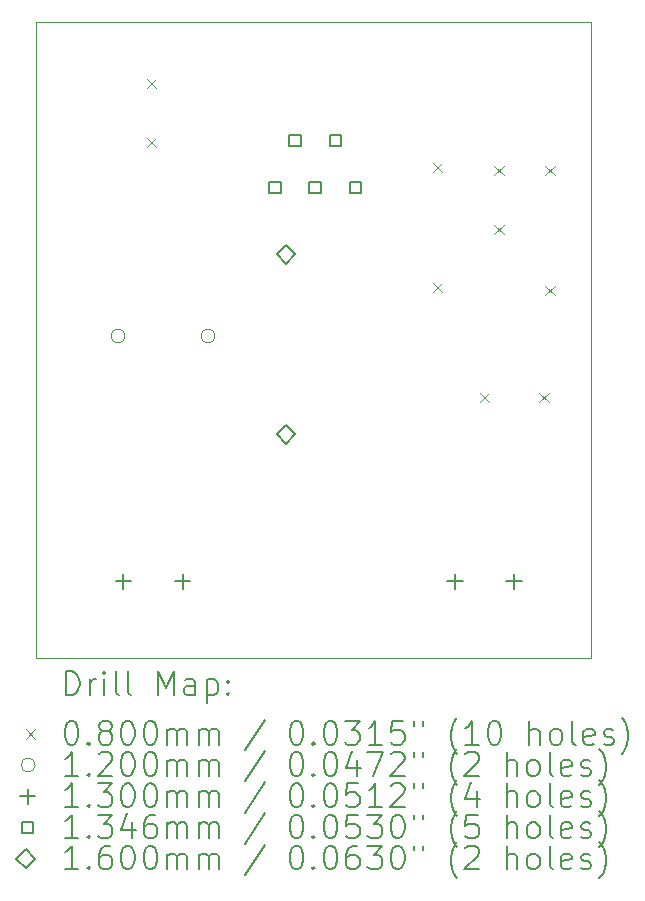
<source format=gbr>
%TF.GenerationSoftware,KiCad,Pcbnew,8.0.4*%
%TF.CreationDate,2024-11-26T22:54:28-05:00*%
%TF.ProjectId,buck_converter_lm2596_5V,6275636b-5f63-46f6-9e76-65727465725f,rev?*%
%TF.SameCoordinates,Original*%
%TF.FileFunction,Drillmap*%
%TF.FilePolarity,Positive*%
%FSLAX45Y45*%
G04 Gerber Fmt 4.5, Leading zero omitted, Abs format (unit mm)*
G04 Created by KiCad (PCBNEW 8.0.4) date 2024-11-26 22:54:28*
%MOMM*%
%LPD*%
G01*
G04 APERTURE LIST*
%ADD10C,0.050000*%
%ADD11C,0.200000*%
%ADD12C,0.100000*%
%ADD13C,0.120000*%
%ADD14C,0.130000*%
%ADD15C,0.134620*%
%ADD16C,0.160000*%
G04 APERTURE END LIST*
D10*
X13716000Y-5461000D02*
X18415000Y-5461000D01*
X18415000Y-10845800D01*
X13716000Y-10845800D01*
X13716000Y-5461000D01*
D11*
D12*
X14660000Y-5940265D02*
X14740000Y-6020265D01*
X14740000Y-5940265D02*
X14660000Y-6020265D01*
X14660000Y-6440265D02*
X14740000Y-6520265D01*
X14740000Y-6440265D02*
X14660000Y-6520265D01*
X17079600Y-6652900D02*
X17159600Y-6732900D01*
X17159600Y-6652900D02*
X17079600Y-6732900D01*
X17079600Y-7668900D02*
X17159600Y-7748900D01*
X17159600Y-7668900D02*
X17079600Y-7748900D01*
X17479735Y-8600000D02*
X17559735Y-8680000D01*
X17559735Y-8600000D02*
X17479735Y-8680000D01*
X17600300Y-6678300D02*
X17680300Y-6758300D01*
X17680300Y-6678300D02*
X17600300Y-6758300D01*
X17600300Y-7178300D02*
X17680300Y-7258300D01*
X17680300Y-7178300D02*
X17600300Y-7258300D01*
X17979735Y-8600000D02*
X18059735Y-8680000D01*
X18059735Y-8600000D02*
X17979735Y-8680000D01*
X18032100Y-6678300D02*
X18112100Y-6758300D01*
X18112100Y-6678300D02*
X18032100Y-6758300D01*
X18032100Y-7694300D02*
X18112100Y-7774300D01*
X18112100Y-7694300D02*
X18032100Y-7774300D01*
D13*
X14474500Y-8120000D02*
G75*
G02*
X14354500Y-8120000I-60000J0D01*
G01*
X14354500Y-8120000D02*
G75*
G02*
X14474500Y-8120000I60000J0D01*
G01*
X15236500Y-8120000D02*
G75*
G02*
X15116500Y-8120000I-60000J0D01*
G01*
X15116500Y-8120000D02*
G75*
G02*
X15236500Y-8120000I60000J0D01*
G01*
D14*
X14460600Y-10133100D02*
X14460600Y-10263100D01*
X14395600Y-10198100D02*
X14525600Y-10198100D01*
X14960600Y-10133100D02*
X14960600Y-10263100D01*
X14895600Y-10198100D02*
X15025600Y-10198100D01*
X17267300Y-10133100D02*
X17267300Y-10263100D01*
X17202300Y-10198100D02*
X17332300Y-10198100D01*
X17767300Y-10133100D02*
X17767300Y-10263100D01*
X17702300Y-10198100D02*
X17832300Y-10198100D01*
D15*
X15790516Y-6913216D02*
X15790516Y-6818024D01*
X15695324Y-6818024D01*
X15695324Y-6913216D01*
X15790516Y-6913216D01*
X15960696Y-6511896D02*
X15960696Y-6416704D01*
X15865504Y-6416704D01*
X15865504Y-6511896D01*
X15960696Y-6511896D01*
X16130876Y-6913216D02*
X16130876Y-6818024D01*
X16035684Y-6818024D01*
X16035684Y-6913216D01*
X16130876Y-6913216D01*
X16301056Y-6511896D02*
X16301056Y-6416704D01*
X16205864Y-6416704D01*
X16205864Y-6511896D01*
X16301056Y-6511896D01*
X16471236Y-6913216D02*
X16471236Y-6818024D01*
X16376044Y-6818024D01*
X16376044Y-6913216D01*
X16471236Y-6913216D01*
D16*
X15836900Y-7509500D02*
X15916900Y-7429500D01*
X15836900Y-7349500D01*
X15756900Y-7429500D01*
X15836900Y-7509500D01*
X15836900Y-9033500D02*
X15916900Y-8953500D01*
X15836900Y-8873500D01*
X15756900Y-8953500D01*
X15836900Y-9033500D01*
D11*
X13974277Y-11159784D02*
X13974277Y-10959784D01*
X13974277Y-10959784D02*
X14021896Y-10959784D01*
X14021896Y-10959784D02*
X14050467Y-10969308D01*
X14050467Y-10969308D02*
X14069515Y-10988355D01*
X14069515Y-10988355D02*
X14079039Y-11007403D01*
X14079039Y-11007403D02*
X14088562Y-11045498D01*
X14088562Y-11045498D02*
X14088562Y-11074070D01*
X14088562Y-11074070D02*
X14079039Y-11112165D01*
X14079039Y-11112165D02*
X14069515Y-11131212D01*
X14069515Y-11131212D02*
X14050467Y-11150260D01*
X14050467Y-11150260D02*
X14021896Y-11159784D01*
X14021896Y-11159784D02*
X13974277Y-11159784D01*
X14174277Y-11159784D02*
X14174277Y-11026450D01*
X14174277Y-11064546D02*
X14183801Y-11045498D01*
X14183801Y-11045498D02*
X14193324Y-11035974D01*
X14193324Y-11035974D02*
X14212372Y-11026450D01*
X14212372Y-11026450D02*
X14231420Y-11026450D01*
X14298086Y-11159784D02*
X14298086Y-11026450D01*
X14298086Y-10959784D02*
X14288562Y-10969308D01*
X14288562Y-10969308D02*
X14298086Y-10978831D01*
X14298086Y-10978831D02*
X14307610Y-10969308D01*
X14307610Y-10969308D02*
X14298086Y-10959784D01*
X14298086Y-10959784D02*
X14298086Y-10978831D01*
X14421896Y-11159784D02*
X14402848Y-11150260D01*
X14402848Y-11150260D02*
X14393324Y-11131212D01*
X14393324Y-11131212D02*
X14393324Y-10959784D01*
X14526658Y-11159784D02*
X14507610Y-11150260D01*
X14507610Y-11150260D02*
X14498086Y-11131212D01*
X14498086Y-11131212D02*
X14498086Y-10959784D01*
X14755229Y-11159784D02*
X14755229Y-10959784D01*
X14755229Y-10959784D02*
X14821896Y-11102641D01*
X14821896Y-11102641D02*
X14888562Y-10959784D01*
X14888562Y-10959784D02*
X14888562Y-11159784D01*
X15069515Y-11159784D02*
X15069515Y-11055022D01*
X15069515Y-11055022D02*
X15059991Y-11035974D01*
X15059991Y-11035974D02*
X15040943Y-11026450D01*
X15040943Y-11026450D02*
X15002848Y-11026450D01*
X15002848Y-11026450D02*
X14983801Y-11035974D01*
X15069515Y-11150260D02*
X15050467Y-11159784D01*
X15050467Y-11159784D02*
X15002848Y-11159784D01*
X15002848Y-11159784D02*
X14983801Y-11150260D01*
X14983801Y-11150260D02*
X14974277Y-11131212D01*
X14974277Y-11131212D02*
X14974277Y-11112165D01*
X14974277Y-11112165D02*
X14983801Y-11093117D01*
X14983801Y-11093117D02*
X15002848Y-11083593D01*
X15002848Y-11083593D02*
X15050467Y-11083593D01*
X15050467Y-11083593D02*
X15069515Y-11074070D01*
X15164753Y-11026450D02*
X15164753Y-11226450D01*
X15164753Y-11035974D02*
X15183801Y-11026450D01*
X15183801Y-11026450D02*
X15221896Y-11026450D01*
X15221896Y-11026450D02*
X15240943Y-11035974D01*
X15240943Y-11035974D02*
X15250467Y-11045498D01*
X15250467Y-11045498D02*
X15259991Y-11064546D01*
X15259991Y-11064546D02*
X15259991Y-11121689D01*
X15259991Y-11121689D02*
X15250467Y-11140736D01*
X15250467Y-11140736D02*
X15240943Y-11150260D01*
X15240943Y-11150260D02*
X15221896Y-11159784D01*
X15221896Y-11159784D02*
X15183801Y-11159784D01*
X15183801Y-11159784D02*
X15164753Y-11150260D01*
X15345705Y-11140736D02*
X15355229Y-11150260D01*
X15355229Y-11150260D02*
X15345705Y-11159784D01*
X15345705Y-11159784D02*
X15336182Y-11150260D01*
X15336182Y-11150260D02*
X15345705Y-11140736D01*
X15345705Y-11140736D02*
X15345705Y-11159784D01*
X15345705Y-11035974D02*
X15355229Y-11045498D01*
X15355229Y-11045498D02*
X15345705Y-11055022D01*
X15345705Y-11055022D02*
X15336182Y-11045498D01*
X15336182Y-11045498D02*
X15345705Y-11035974D01*
X15345705Y-11035974D02*
X15345705Y-11055022D01*
D12*
X13633500Y-11448300D02*
X13713500Y-11528300D01*
X13713500Y-11448300D02*
X13633500Y-11528300D01*
D11*
X14012372Y-11379784D02*
X14031420Y-11379784D01*
X14031420Y-11379784D02*
X14050467Y-11389308D01*
X14050467Y-11389308D02*
X14059991Y-11398831D01*
X14059991Y-11398831D02*
X14069515Y-11417879D01*
X14069515Y-11417879D02*
X14079039Y-11455974D01*
X14079039Y-11455974D02*
X14079039Y-11503593D01*
X14079039Y-11503593D02*
X14069515Y-11541688D01*
X14069515Y-11541688D02*
X14059991Y-11560736D01*
X14059991Y-11560736D02*
X14050467Y-11570260D01*
X14050467Y-11570260D02*
X14031420Y-11579784D01*
X14031420Y-11579784D02*
X14012372Y-11579784D01*
X14012372Y-11579784D02*
X13993324Y-11570260D01*
X13993324Y-11570260D02*
X13983801Y-11560736D01*
X13983801Y-11560736D02*
X13974277Y-11541688D01*
X13974277Y-11541688D02*
X13964753Y-11503593D01*
X13964753Y-11503593D02*
X13964753Y-11455974D01*
X13964753Y-11455974D02*
X13974277Y-11417879D01*
X13974277Y-11417879D02*
X13983801Y-11398831D01*
X13983801Y-11398831D02*
X13993324Y-11389308D01*
X13993324Y-11389308D02*
X14012372Y-11379784D01*
X14164753Y-11560736D02*
X14174277Y-11570260D01*
X14174277Y-11570260D02*
X14164753Y-11579784D01*
X14164753Y-11579784D02*
X14155229Y-11570260D01*
X14155229Y-11570260D02*
X14164753Y-11560736D01*
X14164753Y-11560736D02*
X14164753Y-11579784D01*
X14288562Y-11465498D02*
X14269515Y-11455974D01*
X14269515Y-11455974D02*
X14259991Y-11446450D01*
X14259991Y-11446450D02*
X14250467Y-11427403D01*
X14250467Y-11427403D02*
X14250467Y-11417879D01*
X14250467Y-11417879D02*
X14259991Y-11398831D01*
X14259991Y-11398831D02*
X14269515Y-11389308D01*
X14269515Y-11389308D02*
X14288562Y-11379784D01*
X14288562Y-11379784D02*
X14326658Y-11379784D01*
X14326658Y-11379784D02*
X14345705Y-11389308D01*
X14345705Y-11389308D02*
X14355229Y-11398831D01*
X14355229Y-11398831D02*
X14364753Y-11417879D01*
X14364753Y-11417879D02*
X14364753Y-11427403D01*
X14364753Y-11427403D02*
X14355229Y-11446450D01*
X14355229Y-11446450D02*
X14345705Y-11455974D01*
X14345705Y-11455974D02*
X14326658Y-11465498D01*
X14326658Y-11465498D02*
X14288562Y-11465498D01*
X14288562Y-11465498D02*
X14269515Y-11475022D01*
X14269515Y-11475022D02*
X14259991Y-11484546D01*
X14259991Y-11484546D02*
X14250467Y-11503593D01*
X14250467Y-11503593D02*
X14250467Y-11541688D01*
X14250467Y-11541688D02*
X14259991Y-11560736D01*
X14259991Y-11560736D02*
X14269515Y-11570260D01*
X14269515Y-11570260D02*
X14288562Y-11579784D01*
X14288562Y-11579784D02*
X14326658Y-11579784D01*
X14326658Y-11579784D02*
X14345705Y-11570260D01*
X14345705Y-11570260D02*
X14355229Y-11560736D01*
X14355229Y-11560736D02*
X14364753Y-11541688D01*
X14364753Y-11541688D02*
X14364753Y-11503593D01*
X14364753Y-11503593D02*
X14355229Y-11484546D01*
X14355229Y-11484546D02*
X14345705Y-11475022D01*
X14345705Y-11475022D02*
X14326658Y-11465498D01*
X14488562Y-11379784D02*
X14507610Y-11379784D01*
X14507610Y-11379784D02*
X14526658Y-11389308D01*
X14526658Y-11389308D02*
X14536182Y-11398831D01*
X14536182Y-11398831D02*
X14545705Y-11417879D01*
X14545705Y-11417879D02*
X14555229Y-11455974D01*
X14555229Y-11455974D02*
X14555229Y-11503593D01*
X14555229Y-11503593D02*
X14545705Y-11541688D01*
X14545705Y-11541688D02*
X14536182Y-11560736D01*
X14536182Y-11560736D02*
X14526658Y-11570260D01*
X14526658Y-11570260D02*
X14507610Y-11579784D01*
X14507610Y-11579784D02*
X14488562Y-11579784D01*
X14488562Y-11579784D02*
X14469515Y-11570260D01*
X14469515Y-11570260D02*
X14459991Y-11560736D01*
X14459991Y-11560736D02*
X14450467Y-11541688D01*
X14450467Y-11541688D02*
X14440943Y-11503593D01*
X14440943Y-11503593D02*
X14440943Y-11455974D01*
X14440943Y-11455974D02*
X14450467Y-11417879D01*
X14450467Y-11417879D02*
X14459991Y-11398831D01*
X14459991Y-11398831D02*
X14469515Y-11389308D01*
X14469515Y-11389308D02*
X14488562Y-11379784D01*
X14679039Y-11379784D02*
X14698086Y-11379784D01*
X14698086Y-11379784D02*
X14717134Y-11389308D01*
X14717134Y-11389308D02*
X14726658Y-11398831D01*
X14726658Y-11398831D02*
X14736182Y-11417879D01*
X14736182Y-11417879D02*
X14745705Y-11455974D01*
X14745705Y-11455974D02*
X14745705Y-11503593D01*
X14745705Y-11503593D02*
X14736182Y-11541688D01*
X14736182Y-11541688D02*
X14726658Y-11560736D01*
X14726658Y-11560736D02*
X14717134Y-11570260D01*
X14717134Y-11570260D02*
X14698086Y-11579784D01*
X14698086Y-11579784D02*
X14679039Y-11579784D01*
X14679039Y-11579784D02*
X14659991Y-11570260D01*
X14659991Y-11570260D02*
X14650467Y-11560736D01*
X14650467Y-11560736D02*
X14640943Y-11541688D01*
X14640943Y-11541688D02*
X14631420Y-11503593D01*
X14631420Y-11503593D02*
X14631420Y-11455974D01*
X14631420Y-11455974D02*
X14640943Y-11417879D01*
X14640943Y-11417879D02*
X14650467Y-11398831D01*
X14650467Y-11398831D02*
X14659991Y-11389308D01*
X14659991Y-11389308D02*
X14679039Y-11379784D01*
X14831420Y-11579784D02*
X14831420Y-11446450D01*
X14831420Y-11465498D02*
X14840943Y-11455974D01*
X14840943Y-11455974D02*
X14859991Y-11446450D01*
X14859991Y-11446450D02*
X14888563Y-11446450D01*
X14888563Y-11446450D02*
X14907610Y-11455974D01*
X14907610Y-11455974D02*
X14917134Y-11475022D01*
X14917134Y-11475022D02*
X14917134Y-11579784D01*
X14917134Y-11475022D02*
X14926658Y-11455974D01*
X14926658Y-11455974D02*
X14945705Y-11446450D01*
X14945705Y-11446450D02*
X14974277Y-11446450D01*
X14974277Y-11446450D02*
X14993324Y-11455974D01*
X14993324Y-11455974D02*
X15002848Y-11475022D01*
X15002848Y-11475022D02*
X15002848Y-11579784D01*
X15098086Y-11579784D02*
X15098086Y-11446450D01*
X15098086Y-11465498D02*
X15107610Y-11455974D01*
X15107610Y-11455974D02*
X15126658Y-11446450D01*
X15126658Y-11446450D02*
X15155229Y-11446450D01*
X15155229Y-11446450D02*
X15174277Y-11455974D01*
X15174277Y-11455974D02*
X15183801Y-11475022D01*
X15183801Y-11475022D02*
X15183801Y-11579784D01*
X15183801Y-11475022D02*
X15193324Y-11455974D01*
X15193324Y-11455974D02*
X15212372Y-11446450D01*
X15212372Y-11446450D02*
X15240943Y-11446450D01*
X15240943Y-11446450D02*
X15259991Y-11455974D01*
X15259991Y-11455974D02*
X15269515Y-11475022D01*
X15269515Y-11475022D02*
X15269515Y-11579784D01*
X15659991Y-11370260D02*
X15488563Y-11627403D01*
X15917134Y-11379784D02*
X15936182Y-11379784D01*
X15936182Y-11379784D02*
X15955229Y-11389308D01*
X15955229Y-11389308D02*
X15964753Y-11398831D01*
X15964753Y-11398831D02*
X15974277Y-11417879D01*
X15974277Y-11417879D02*
X15983801Y-11455974D01*
X15983801Y-11455974D02*
X15983801Y-11503593D01*
X15983801Y-11503593D02*
X15974277Y-11541688D01*
X15974277Y-11541688D02*
X15964753Y-11560736D01*
X15964753Y-11560736D02*
X15955229Y-11570260D01*
X15955229Y-11570260D02*
X15936182Y-11579784D01*
X15936182Y-11579784D02*
X15917134Y-11579784D01*
X15917134Y-11579784D02*
X15898086Y-11570260D01*
X15898086Y-11570260D02*
X15888563Y-11560736D01*
X15888563Y-11560736D02*
X15879039Y-11541688D01*
X15879039Y-11541688D02*
X15869515Y-11503593D01*
X15869515Y-11503593D02*
X15869515Y-11455974D01*
X15869515Y-11455974D02*
X15879039Y-11417879D01*
X15879039Y-11417879D02*
X15888563Y-11398831D01*
X15888563Y-11398831D02*
X15898086Y-11389308D01*
X15898086Y-11389308D02*
X15917134Y-11379784D01*
X16069515Y-11560736D02*
X16079039Y-11570260D01*
X16079039Y-11570260D02*
X16069515Y-11579784D01*
X16069515Y-11579784D02*
X16059991Y-11570260D01*
X16059991Y-11570260D02*
X16069515Y-11560736D01*
X16069515Y-11560736D02*
X16069515Y-11579784D01*
X16202848Y-11379784D02*
X16221896Y-11379784D01*
X16221896Y-11379784D02*
X16240944Y-11389308D01*
X16240944Y-11389308D02*
X16250467Y-11398831D01*
X16250467Y-11398831D02*
X16259991Y-11417879D01*
X16259991Y-11417879D02*
X16269515Y-11455974D01*
X16269515Y-11455974D02*
X16269515Y-11503593D01*
X16269515Y-11503593D02*
X16259991Y-11541688D01*
X16259991Y-11541688D02*
X16250467Y-11560736D01*
X16250467Y-11560736D02*
X16240944Y-11570260D01*
X16240944Y-11570260D02*
X16221896Y-11579784D01*
X16221896Y-11579784D02*
X16202848Y-11579784D01*
X16202848Y-11579784D02*
X16183801Y-11570260D01*
X16183801Y-11570260D02*
X16174277Y-11560736D01*
X16174277Y-11560736D02*
X16164753Y-11541688D01*
X16164753Y-11541688D02*
X16155229Y-11503593D01*
X16155229Y-11503593D02*
X16155229Y-11455974D01*
X16155229Y-11455974D02*
X16164753Y-11417879D01*
X16164753Y-11417879D02*
X16174277Y-11398831D01*
X16174277Y-11398831D02*
X16183801Y-11389308D01*
X16183801Y-11389308D02*
X16202848Y-11379784D01*
X16336182Y-11379784D02*
X16459991Y-11379784D01*
X16459991Y-11379784D02*
X16393325Y-11455974D01*
X16393325Y-11455974D02*
X16421896Y-11455974D01*
X16421896Y-11455974D02*
X16440944Y-11465498D01*
X16440944Y-11465498D02*
X16450467Y-11475022D01*
X16450467Y-11475022D02*
X16459991Y-11494069D01*
X16459991Y-11494069D02*
X16459991Y-11541688D01*
X16459991Y-11541688D02*
X16450467Y-11560736D01*
X16450467Y-11560736D02*
X16440944Y-11570260D01*
X16440944Y-11570260D02*
X16421896Y-11579784D01*
X16421896Y-11579784D02*
X16364753Y-11579784D01*
X16364753Y-11579784D02*
X16345706Y-11570260D01*
X16345706Y-11570260D02*
X16336182Y-11560736D01*
X16650467Y-11579784D02*
X16536182Y-11579784D01*
X16593325Y-11579784D02*
X16593325Y-11379784D01*
X16593325Y-11379784D02*
X16574277Y-11408355D01*
X16574277Y-11408355D02*
X16555229Y-11427403D01*
X16555229Y-11427403D02*
X16536182Y-11436927D01*
X16831420Y-11379784D02*
X16736182Y-11379784D01*
X16736182Y-11379784D02*
X16726658Y-11475022D01*
X16726658Y-11475022D02*
X16736182Y-11465498D01*
X16736182Y-11465498D02*
X16755229Y-11455974D01*
X16755229Y-11455974D02*
X16802849Y-11455974D01*
X16802849Y-11455974D02*
X16821896Y-11465498D01*
X16821896Y-11465498D02*
X16831420Y-11475022D01*
X16831420Y-11475022D02*
X16840944Y-11494069D01*
X16840944Y-11494069D02*
X16840944Y-11541688D01*
X16840944Y-11541688D02*
X16831420Y-11560736D01*
X16831420Y-11560736D02*
X16821896Y-11570260D01*
X16821896Y-11570260D02*
X16802849Y-11579784D01*
X16802849Y-11579784D02*
X16755229Y-11579784D01*
X16755229Y-11579784D02*
X16736182Y-11570260D01*
X16736182Y-11570260D02*
X16726658Y-11560736D01*
X16917134Y-11379784D02*
X16917134Y-11417879D01*
X16993325Y-11379784D02*
X16993325Y-11417879D01*
X17288563Y-11655974D02*
X17279039Y-11646450D01*
X17279039Y-11646450D02*
X17259991Y-11617879D01*
X17259991Y-11617879D02*
X17250468Y-11598831D01*
X17250468Y-11598831D02*
X17240944Y-11570260D01*
X17240944Y-11570260D02*
X17231420Y-11522641D01*
X17231420Y-11522641D02*
X17231420Y-11484546D01*
X17231420Y-11484546D02*
X17240944Y-11436927D01*
X17240944Y-11436927D02*
X17250468Y-11408355D01*
X17250468Y-11408355D02*
X17259991Y-11389308D01*
X17259991Y-11389308D02*
X17279039Y-11360736D01*
X17279039Y-11360736D02*
X17288563Y-11351212D01*
X17469515Y-11579784D02*
X17355230Y-11579784D01*
X17412372Y-11579784D02*
X17412372Y-11379784D01*
X17412372Y-11379784D02*
X17393325Y-11408355D01*
X17393325Y-11408355D02*
X17374277Y-11427403D01*
X17374277Y-11427403D02*
X17355230Y-11436927D01*
X17593325Y-11379784D02*
X17612372Y-11379784D01*
X17612372Y-11379784D02*
X17631420Y-11389308D01*
X17631420Y-11389308D02*
X17640944Y-11398831D01*
X17640944Y-11398831D02*
X17650468Y-11417879D01*
X17650468Y-11417879D02*
X17659991Y-11455974D01*
X17659991Y-11455974D02*
X17659991Y-11503593D01*
X17659991Y-11503593D02*
X17650468Y-11541688D01*
X17650468Y-11541688D02*
X17640944Y-11560736D01*
X17640944Y-11560736D02*
X17631420Y-11570260D01*
X17631420Y-11570260D02*
X17612372Y-11579784D01*
X17612372Y-11579784D02*
X17593325Y-11579784D01*
X17593325Y-11579784D02*
X17574277Y-11570260D01*
X17574277Y-11570260D02*
X17564753Y-11560736D01*
X17564753Y-11560736D02*
X17555230Y-11541688D01*
X17555230Y-11541688D02*
X17545706Y-11503593D01*
X17545706Y-11503593D02*
X17545706Y-11455974D01*
X17545706Y-11455974D02*
X17555230Y-11417879D01*
X17555230Y-11417879D02*
X17564753Y-11398831D01*
X17564753Y-11398831D02*
X17574277Y-11389308D01*
X17574277Y-11389308D02*
X17593325Y-11379784D01*
X17898087Y-11579784D02*
X17898087Y-11379784D01*
X17983801Y-11579784D02*
X17983801Y-11475022D01*
X17983801Y-11475022D02*
X17974277Y-11455974D01*
X17974277Y-11455974D02*
X17955230Y-11446450D01*
X17955230Y-11446450D02*
X17926658Y-11446450D01*
X17926658Y-11446450D02*
X17907611Y-11455974D01*
X17907611Y-11455974D02*
X17898087Y-11465498D01*
X18107611Y-11579784D02*
X18088563Y-11570260D01*
X18088563Y-11570260D02*
X18079039Y-11560736D01*
X18079039Y-11560736D02*
X18069515Y-11541688D01*
X18069515Y-11541688D02*
X18069515Y-11484546D01*
X18069515Y-11484546D02*
X18079039Y-11465498D01*
X18079039Y-11465498D02*
X18088563Y-11455974D01*
X18088563Y-11455974D02*
X18107611Y-11446450D01*
X18107611Y-11446450D02*
X18136182Y-11446450D01*
X18136182Y-11446450D02*
X18155230Y-11455974D01*
X18155230Y-11455974D02*
X18164753Y-11465498D01*
X18164753Y-11465498D02*
X18174277Y-11484546D01*
X18174277Y-11484546D02*
X18174277Y-11541688D01*
X18174277Y-11541688D02*
X18164753Y-11560736D01*
X18164753Y-11560736D02*
X18155230Y-11570260D01*
X18155230Y-11570260D02*
X18136182Y-11579784D01*
X18136182Y-11579784D02*
X18107611Y-11579784D01*
X18288563Y-11579784D02*
X18269515Y-11570260D01*
X18269515Y-11570260D02*
X18259992Y-11551212D01*
X18259992Y-11551212D02*
X18259992Y-11379784D01*
X18440944Y-11570260D02*
X18421896Y-11579784D01*
X18421896Y-11579784D02*
X18383801Y-11579784D01*
X18383801Y-11579784D02*
X18364753Y-11570260D01*
X18364753Y-11570260D02*
X18355230Y-11551212D01*
X18355230Y-11551212D02*
X18355230Y-11475022D01*
X18355230Y-11475022D02*
X18364753Y-11455974D01*
X18364753Y-11455974D02*
X18383801Y-11446450D01*
X18383801Y-11446450D02*
X18421896Y-11446450D01*
X18421896Y-11446450D02*
X18440944Y-11455974D01*
X18440944Y-11455974D02*
X18450468Y-11475022D01*
X18450468Y-11475022D02*
X18450468Y-11494069D01*
X18450468Y-11494069D02*
X18355230Y-11513117D01*
X18526658Y-11570260D02*
X18545706Y-11579784D01*
X18545706Y-11579784D02*
X18583801Y-11579784D01*
X18583801Y-11579784D02*
X18602849Y-11570260D01*
X18602849Y-11570260D02*
X18612373Y-11551212D01*
X18612373Y-11551212D02*
X18612373Y-11541688D01*
X18612373Y-11541688D02*
X18602849Y-11522641D01*
X18602849Y-11522641D02*
X18583801Y-11513117D01*
X18583801Y-11513117D02*
X18555230Y-11513117D01*
X18555230Y-11513117D02*
X18536182Y-11503593D01*
X18536182Y-11503593D02*
X18526658Y-11484546D01*
X18526658Y-11484546D02*
X18526658Y-11475022D01*
X18526658Y-11475022D02*
X18536182Y-11455974D01*
X18536182Y-11455974D02*
X18555230Y-11446450D01*
X18555230Y-11446450D02*
X18583801Y-11446450D01*
X18583801Y-11446450D02*
X18602849Y-11455974D01*
X18679039Y-11655974D02*
X18688563Y-11646450D01*
X18688563Y-11646450D02*
X18707611Y-11617879D01*
X18707611Y-11617879D02*
X18717134Y-11598831D01*
X18717134Y-11598831D02*
X18726658Y-11570260D01*
X18726658Y-11570260D02*
X18736182Y-11522641D01*
X18736182Y-11522641D02*
X18736182Y-11484546D01*
X18736182Y-11484546D02*
X18726658Y-11436927D01*
X18726658Y-11436927D02*
X18717134Y-11408355D01*
X18717134Y-11408355D02*
X18707611Y-11389308D01*
X18707611Y-11389308D02*
X18688563Y-11360736D01*
X18688563Y-11360736D02*
X18679039Y-11351212D01*
D13*
X13713500Y-11752300D02*
G75*
G02*
X13593500Y-11752300I-60000J0D01*
G01*
X13593500Y-11752300D02*
G75*
G02*
X13713500Y-11752300I60000J0D01*
G01*
D11*
X14079039Y-11843784D02*
X13964753Y-11843784D01*
X14021896Y-11843784D02*
X14021896Y-11643784D01*
X14021896Y-11643784D02*
X14002848Y-11672355D01*
X14002848Y-11672355D02*
X13983801Y-11691403D01*
X13983801Y-11691403D02*
X13964753Y-11700927D01*
X14164753Y-11824736D02*
X14174277Y-11834260D01*
X14174277Y-11834260D02*
X14164753Y-11843784D01*
X14164753Y-11843784D02*
X14155229Y-11834260D01*
X14155229Y-11834260D02*
X14164753Y-11824736D01*
X14164753Y-11824736D02*
X14164753Y-11843784D01*
X14250467Y-11662831D02*
X14259991Y-11653308D01*
X14259991Y-11653308D02*
X14279039Y-11643784D01*
X14279039Y-11643784D02*
X14326658Y-11643784D01*
X14326658Y-11643784D02*
X14345705Y-11653308D01*
X14345705Y-11653308D02*
X14355229Y-11662831D01*
X14355229Y-11662831D02*
X14364753Y-11681879D01*
X14364753Y-11681879D02*
X14364753Y-11700927D01*
X14364753Y-11700927D02*
X14355229Y-11729498D01*
X14355229Y-11729498D02*
X14240943Y-11843784D01*
X14240943Y-11843784D02*
X14364753Y-11843784D01*
X14488562Y-11643784D02*
X14507610Y-11643784D01*
X14507610Y-11643784D02*
X14526658Y-11653308D01*
X14526658Y-11653308D02*
X14536182Y-11662831D01*
X14536182Y-11662831D02*
X14545705Y-11681879D01*
X14545705Y-11681879D02*
X14555229Y-11719974D01*
X14555229Y-11719974D02*
X14555229Y-11767593D01*
X14555229Y-11767593D02*
X14545705Y-11805688D01*
X14545705Y-11805688D02*
X14536182Y-11824736D01*
X14536182Y-11824736D02*
X14526658Y-11834260D01*
X14526658Y-11834260D02*
X14507610Y-11843784D01*
X14507610Y-11843784D02*
X14488562Y-11843784D01*
X14488562Y-11843784D02*
X14469515Y-11834260D01*
X14469515Y-11834260D02*
X14459991Y-11824736D01*
X14459991Y-11824736D02*
X14450467Y-11805688D01*
X14450467Y-11805688D02*
X14440943Y-11767593D01*
X14440943Y-11767593D02*
X14440943Y-11719974D01*
X14440943Y-11719974D02*
X14450467Y-11681879D01*
X14450467Y-11681879D02*
X14459991Y-11662831D01*
X14459991Y-11662831D02*
X14469515Y-11653308D01*
X14469515Y-11653308D02*
X14488562Y-11643784D01*
X14679039Y-11643784D02*
X14698086Y-11643784D01*
X14698086Y-11643784D02*
X14717134Y-11653308D01*
X14717134Y-11653308D02*
X14726658Y-11662831D01*
X14726658Y-11662831D02*
X14736182Y-11681879D01*
X14736182Y-11681879D02*
X14745705Y-11719974D01*
X14745705Y-11719974D02*
X14745705Y-11767593D01*
X14745705Y-11767593D02*
X14736182Y-11805688D01*
X14736182Y-11805688D02*
X14726658Y-11824736D01*
X14726658Y-11824736D02*
X14717134Y-11834260D01*
X14717134Y-11834260D02*
X14698086Y-11843784D01*
X14698086Y-11843784D02*
X14679039Y-11843784D01*
X14679039Y-11843784D02*
X14659991Y-11834260D01*
X14659991Y-11834260D02*
X14650467Y-11824736D01*
X14650467Y-11824736D02*
X14640943Y-11805688D01*
X14640943Y-11805688D02*
X14631420Y-11767593D01*
X14631420Y-11767593D02*
X14631420Y-11719974D01*
X14631420Y-11719974D02*
X14640943Y-11681879D01*
X14640943Y-11681879D02*
X14650467Y-11662831D01*
X14650467Y-11662831D02*
X14659991Y-11653308D01*
X14659991Y-11653308D02*
X14679039Y-11643784D01*
X14831420Y-11843784D02*
X14831420Y-11710450D01*
X14831420Y-11729498D02*
X14840943Y-11719974D01*
X14840943Y-11719974D02*
X14859991Y-11710450D01*
X14859991Y-11710450D02*
X14888563Y-11710450D01*
X14888563Y-11710450D02*
X14907610Y-11719974D01*
X14907610Y-11719974D02*
X14917134Y-11739022D01*
X14917134Y-11739022D02*
X14917134Y-11843784D01*
X14917134Y-11739022D02*
X14926658Y-11719974D01*
X14926658Y-11719974D02*
X14945705Y-11710450D01*
X14945705Y-11710450D02*
X14974277Y-11710450D01*
X14974277Y-11710450D02*
X14993324Y-11719974D01*
X14993324Y-11719974D02*
X15002848Y-11739022D01*
X15002848Y-11739022D02*
X15002848Y-11843784D01*
X15098086Y-11843784D02*
X15098086Y-11710450D01*
X15098086Y-11729498D02*
X15107610Y-11719974D01*
X15107610Y-11719974D02*
X15126658Y-11710450D01*
X15126658Y-11710450D02*
X15155229Y-11710450D01*
X15155229Y-11710450D02*
X15174277Y-11719974D01*
X15174277Y-11719974D02*
X15183801Y-11739022D01*
X15183801Y-11739022D02*
X15183801Y-11843784D01*
X15183801Y-11739022D02*
X15193324Y-11719974D01*
X15193324Y-11719974D02*
X15212372Y-11710450D01*
X15212372Y-11710450D02*
X15240943Y-11710450D01*
X15240943Y-11710450D02*
X15259991Y-11719974D01*
X15259991Y-11719974D02*
X15269515Y-11739022D01*
X15269515Y-11739022D02*
X15269515Y-11843784D01*
X15659991Y-11634260D02*
X15488563Y-11891403D01*
X15917134Y-11643784D02*
X15936182Y-11643784D01*
X15936182Y-11643784D02*
X15955229Y-11653308D01*
X15955229Y-11653308D02*
X15964753Y-11662831D01*
X15964753Y-11662831D02*
X15974277Y-11681879D01*
X15974277Y-11681879D02*
X15983801Y-11719974D01*
X15983801Y-11719974D02*
X15983801Y-11767593D01*
X15983801Y-11767593D02*
X15974277Y-11805688D01*
X15974277Y-11805688D02*
X15964753Y-11824736D01*
X15964753Y-11824736D02*
X15955229Y-11834260D01*
X15955229Y-11834260D02*
X15936182Y-11843784D01*
X15936182Y-11843784D02*
X15917134Y-11843784D01*
X15917134Y-11843784D02*
X15898086Y-11834260D01*
X15898086Y-11834260D02*
X15888563Y-11824736D01*
X15888563Y-11824736D02*
X15879039Y-11805688D01*
X15879039Y-11805688D02*
X15869515Y-11767593D01*
X15869515Y-11767593D02*
X15869515Y-11719974D01*
X15869515Y-11719974D02*
X15879039Y-11681879D01*
X15879039Y-11681879D02*
X15888563Y-11662831D01*
X15888563Y-11662831D02*
X15898086Y-11653308D01*
X15898086Y-11653308D02*
X15917134Y-11643784D01*
X16069515Y-11824736D02*
X16079039Y-11834260D01*
X16079039Y-11834260D02*
X16069515Y-11843784D01*
X16069515Y-11843784D02*
X16059991Y-11834260D01*
X16059991Y-11834260D02*
X16069515Y-11824736D01*
X16069515Y-11824736D02*
X16069515Y-11843784D01*
X16202848Y-11643784D02*
X16221896Y-11643784D01*
X16221896Y-11643784D02*
X16240944Y-11653308D01*
X16240944Y-11653308D02*
X16250467Y-11662831D01*
X16250467Y-11662831D02*
X16259991Y-11681879D01*
X16259991Y-11681879D02*
X16269515Y-11719974D01*
X16269515Y-11719974D02*
X16269515Y-11767593D01*
X16269515Y-11767593D02*
X16259991Y-11805688D01*
X16259991Y-11805688D02*
X16250467Y-11824736D01*
X16250467Y-11824736D02*
X16240944Y-11834260D01*
X16240944Y-11834260D02*
X16221896Y-11843784D01*
X16221896Y-11843784D02*
X16202848Y-11843784D01*
X16202848Y-11843784D02*
X16183801Y-11834260D01*
X16183801Y-11834260D02*
X16174277Y-11824736D01*
X16174277Y-11824736D02*
X16164753Y-11805688D01*
X16164753Y-11805688D02*
X16155229Y-11767593D01*
X16155229Y-11767593D02*
X16155229Y-11719974D01*
X16155229Y-11719974D02*
X16164753Y-11681879D01*
X16164753Y-11681879D02*
X16174277Y-11662831D01*
X16174277Y-11662831D02*
X16183801Y-11653308D01*
X16183801Y-11653308D02*
X16202848Y-11643784D01*
X16440944Y-11710450D02*
X16440944Y-11843784D01*
X16393325Y-11634260D02*
X16345706Y-11777117D01*
X16345706Y-11777117D02*
X16469515Y-11777117D01*
X16526658Y-11643784D02*
X16659991Y-11643784D01*
X16659991Y-11643784D02*
X16574277Y-11843784D01*
X16726658Y-11662831D02*
X16736182Y-11653308D01*
X16736182Y-11653308D02*
X16755229Y-11643784D01*
X16755229Y-11643784D02*
X16802849Y-11643784D01*
X16802849Y-11643784D02*
X16821896Y-11653308D01*
X16821896Y-11653308D02*
X16831420Y-11662831D01*
X16831420Y-11662831D02*
X16840944Y-11681879D01*
X16840944Y-11681879D02*
X16840944Y-11700927D01*
X16840944Y-11700927D02*
X16831420Y-11729498D01*
X16831420Y-11729498D02*
X16717134Y-11843784D01*
X16717134Y-11843784D02*
X16840944Y-11843784D01*
X16917134Y-11643784D02*
X16917134Y-11681879D01*
X16993325Y-11643784D02*
X16993325Y-11681879D01*
X17288563Y-11919974D02*
X17279039Y-11910450D01*
X17279039Y-11910450D02*
X17259991Y-11881879D01*
X17259991Y-11881879D02*
X17250468Y-11862831D01*
X17250468Y-11862831D02*
X17240944Y-11834260D01*
X17240944Y-11834260D02*
X17231420Y-11786641D01*
X17231420Y-11786641D02*
X17231420Y-11748546D01*
X17231420Y-11748546D02*
X17240944Y-11700927D01*
X17240944Y-11700927D02*
X17250468Y-11672355D01*
X17250468Y-11672355D02*
X17259991Y-11653308D01*
X17259991Y-11653308D02*
X17279039Y-11624736D01*
X17279039Y-11624736D02*
X17288563Y-11615212D01*
X17355230Y-11662831D02*
X17364753Y-11653308D01*
X17364753Y-11653308D02*
X17383801Y-11643784D01*
X17383801Y-11643784D02*
X17431420Y-11643784D01*
X17431420Y-11643784D02*
X17450468Y-11653308D01*
X17450468Y-11653308D02*
X17459991Y-11662831D01*
X17459991Y-11662831D02*
X17469515Y-11681879D01*
X17469515Y-11681879D02*
X17469515Y-11700927D01*
X17469515Y-11700927D02*
X17459991Y-11729498D01*
X17459991Y-11729498D02*
X17345706Y-11843784D01*
X17345706Y-11843784D02*
X17469515Y-11843784D01*
X17707611Y-11843784D02*
X17707611Y-11643784D01*
X17793325Y-11843784D02*
X17793325Y-11739022D01*
X17793325Y-11739022D02*
X17783801Y-11719974D01*
X17783801Y-11719974D02*
X17764753Y-11710450D01*
X17764753Y-11710450D02*
X17736182Y-11710450D01*
X17736182Y-11710450D02*
X17717134Y-11719974D01*
X17717134Y-11719974D02*
X17707611Y-11729498D01*
X17917134Y-11843784D02*
X17898087Y-11834260D01*
X17898087Y-11834260D02*
X17888563Y-11824736D01*
X17888563Y-11824736D02*
X17879039Y-11805688D01*
X17879039Y-11805688D02*
X17879039Y-11748546D01*
X17879039Y-11748546D02*
X17888563Y-11729498D01*
X17888563Y-11729498D02*
X17898087Y-11719974D01*
X17898087Y-11719974D02*
X17917134Y-11710450D01*
X17917134Y-11710450D02*
X17945706Y-11710450D01*
X17945706Y-11710450D02*
X17964753Y-11719974D01*
X17964753Y-11719974D02*
X17974277Y-11729498D01*
X17974277Y-11729498D02*
X17983801Y-11748546D01*
X17983801Y-11748546D02*
X17983801Y-11805688D01*
X17983801Y-11805688D02*
X17974277Y-11824736D01*
X17974277Y-11824736D02*
X17964753Y-11834260D01*
X17964753Y-11834260D02*
X17945706Y-11843784D01*
X17945706Y-11843784D02*
X17917134Y-11843784D01*
X18098087Y-11843784D02*
X18079039Y-11834260D01*
X18079039Y-11834260D02*
X18069515Y-11815212D01*
X18069515Y-11815212D02*
X18069515Y-11643784D01*
X18250468Y-11834260D02*
X18231420Y-11843784D01*
X18231420Y-11843784D02*
X18193325Y-11843784D01*
X18193325Y-11843784D02*
X18174277Y-11834260D01*
X18174277Y-11834260D02*
X18164753Y-11815212D01*
X18164753Y-11815212D02*
X18164753Y-11739022D01*
X18164753Y-11739022D02*
X18174277Y-11719974D01*
X18174277Y-11719974D02*
X18193325Y-11710450D01*
X18193325Y-11710450D02*
X18231420Y-11710450D01*
X18231420Y-11710450D02*
X18250468Y-11719974D01*
X18250468Y-11719974D02*
X18259992Y-11739022D01*
X18259992Y-11739022D02*
X18259992Y-11758069D01*
X18259992Y-11758069D02*
X18164753Y-11777117D01*
X18336182Y-11834260D02*
X18355230Y-11843784D01*
X18355230Y-11843784D02*
X18393325Y-11843784D01*
X18393325Y-11843784D02*
X18412373Y-11834260D01*
X18412373Y-11834260D02*
X18421896Y-11815212D01*
X18421896Y-11815212D02*
X18421896Y-11805688D01*
X18421896Y-11805688D02*
X18412373Y-11786641D01*
X18412373Y-11786641D02*
X18393325Y-11777117D01*
X18393325Y-11777117D02*
X18364753Y-11777117D01*
X18364753Y-11777117D02*
X18345706Y-11767593D01*
X18345706Y-11767593D02*
X18336182Y-11748546D01*
X18336182Y-11748546D02*
X18336182Y-11739022D01*
X18336182Y-11739022D02*
X18345706Y-11719974D01*
X18345706Y-11719974D02*
X18364753Y-11710450D01*
X18364753Y-11710450D02*
X18393325Y-11710450D01*
X18393325Y-11710450D02*
X18412373Y-11719974D01*
X18488563Y-11919974D02*
X18498087Y-11910450D01*
X18498087Y-11910450D02*
X18517134Y-11881879D01*
X18517134Y-11881879D02*
X18526658Y-11862831D01*
X18526658Y-11862831D02*
X18536182Y-11834260D01*
X18536182Y-11834260D02*
X18545706Y-11786641D01*
X18545706Y-11786641D02*
X18545706Y-11748546D01*
X18545706Y-11748546D02*
X18536182Y-11700927D01*
X18536182Y-11700927D02*
X18526658Y-11672355D01*
X18526658Y-11672355D02*
X18517134Y-11653308D01*
X18517134Y-11653308D02*
X18498087Y-11624736D01*
X18498087Y-11624736D02*
X18488563Y-11615212D01*
D14*
X13648500Y-11951300D02*
X13648500Y-12081300D01*
X13583500Y-12016300D02*
X13713500Y-12016300D01*
D11*
X14079039Y-12107784D02*
X13964753Y-12107784D01*
X14021896Y-12107784D02*
X14021896Y-11907784D01*
X14021896Y-11907784D02*
X14002848Y-11936355D01*
X14002848Y-11936355D02*
X13983801Y-11955403D01*
X13983801Y-11955403D02*
X13964753Y-11964927D01*
X14164753Y-12088736D02*
X14174277Y-12098260D01*
X14174277Y-12098260D02*
X14164753Y-12107784D01*
X14164753Y-12107784D02*
X14155229Y-12098260D01*
X14155229Y-12098260D02*
X14164753Y-12088736D01*
X14164753Y-12088736D02*
X14164753Y-12107784D01*
X14240943Y-11907784D02*
X14364753Y-11907784D01*
X14364753Y-11907784D02*
X14298086Y-11983974D01*
X14298086Y-11983974D02*
X14326658Y-11983974D01*
X14326658Y-11983974D02*
X14345705Y-11993498D01*
X14345705Y-11993498D02*
X14355229Y-12003022D01*
X14355229Y-12003022D02*
X14364753Y-12022069D01*
X14364753Y-12022069D02*
X14364753Y-12069688D01*
X14364753Y-12069688D02*
X14355229Y-12088736D01*
X14355229Y-12088736D02*
X14345705Y-12098260D01*
X14345705Y-12098260D02*
X14326658Y-12107784D01*
X14326658Y-12107784D02*
X14269515Y-12107784D01*
X14269515Y-12107784D02*
X14250467Y-12098260D01*
X14250467Y-12098260D02*
X14240943Y-12088736D01*
X14488562Y-11907784D02*
X14507610Y-11907784D01*
X14507610Y-11907784D02*
X14526658Y-11917308D01*
X14526658Y-11917308D02*
X14536182Y-11926831D01*
X14536182Y-11926831D02*
X14545705Y-11945879D01*
X14545705Y-11945879D02*
X14555229Y-11983974D01*
X14555229Y-11983974D02*
X14555229Y-12031593D01*
X14555229Y-12031593D02*
X14545705Y-12069688D01*
X14545705Y-12069688D02*
X14536182Y-12088736D01*
X14536182Y-12088736D02*
X14526658Y-12098260D01*
X14526658Y-12098260D02*
X14507610Y-12107784D01*
X14507610Y-12107784D02*
X14488562Y-12107784D01*
X14488562Y-12107784D02*
X14469515Y-12098260D01*
X14469515Y-12098260D02*
X14459991Y-12088736D01*
X14459991Y-12088736D02*
X14450467Y-12069688D01*
X14450467Y-12069688D02*
X14440943Y-12031593D01*
X14440943Y-12031593D02*
X14440943Y-11983974D01*
X14440943Y-11983974D02*
X14450467Y-11945879D01*
X14450467Y-11945879D02*
X14459991Y-11926831D01*
X14459991Y-11926831D02*
X14469515Y-11917308D01*
X14469515Y-11917308D02*
X14488562Y-11907784D01*
X14679039Y-11907784D02*
X14698086Y-11907784D01*
X14698086Y-11907784D02*
X14717134Y-11917308D01*
X14717134Y-11917308D02*
X14726658Y-11926831D01*
X14726658Y-11926831D02*
X14736182Y-11945879D01*
X14736182Y-11945879D02*
X14745705Y-11983974D01*
X14745705Y-11983974D02*
X14745705Y-12031593D01*
X14745705Y-12031593D02*
X14736182Y-12069688D01*
X14736182Y-12069688D02*
X14726658Y-12088736D01*
X14726658Y-12088736D02*
X14717134Y-12098260D01*
X14717134Y-12098260D02*
X14698086Y-12107784D01*
X14698086Y-12107784D02*
X14679039Y-12107784D01*
X14679039Y-12107784D02*
X14659991Y-12098260D01*
X14659991Y-12098260D02*
X14650467Y-12088736D01*
X14650467Y-12088736D02*
X14640943Y-12069688D01*
X14640943Y-12069688D02*
X14631420Y-12031593D01*
X14631420Y-12031593D02*
X14631420Y-11983974D01*
X14631420Y-11983974D02*
X14640943Y-11945879D01*
X14640943Y-11945879D02*
X14650467Y-11926831D01*
X14650467Y-11926831D02*
X14659991Y-11917308D01*
X14659991Y-11917308D02*
X14679039Y-11907784D01*
X14831420Y-12107784D02*
X14831420Y-11974450D01*
X14831420Y-11993498D02*
X14840943Y-11983974D01*
X14840943Y-11983974D02*
X14859991Y-11974450D01*
X14859991Y-11974450D02*
X14888563Y-11974450D01*
X14888563Y-11974450D02*
X14907610Y-11983974D01*
X14907610Y-11983974D02*
X14917134Y-12003022D01*
X14917134Y-12003022D02*
X14917134Y-12107784D01*
X14917134Y-12003022D02*
X14926658Y-11983974D01*
X14926658Y-11983974D02*
X14945705Y-11974450D01*
X14945705Y-11974450D02*
X14974277Y-11974450D01*
X14974277Y-11974450D02*
X14993324Y-11983974D01*
X14993324Y-11983974D02*
X15002848Y-12003022D01*
X15002848Y-12003022D02*
X15002848Y-12107784D01*
X15098086Y-12107784D02*
X15098086Y-11974450D01*
X15098086Y-11993498D02*
X15107610Y-11983974D01*
X15107610Y-11983974D02*
X15126658Y-11974450D01*
X15126658Y-11974450D02*
X15155229Y-11974450D01*
X15155229Y-11974450D02*
X15174277Y-11983974D01*
X15174277Y-11983974D02*
X15183801Y-12003022D01*
X15183801Y-12003022D02*
X15183801Y-12107784D01*
X15183801Y-12003022D02*
X15193324Y-11983974D01*
X15193324Y-11983974D02*
X15212372Y-11974450D01*
X15212372Y-11974450D02*
X15240943Y-11974450D01*
X15240943Y-11974450D02*
X15259991Y-11983974D01*
X15259991Y-11983974D02*
X15269515Y-12003022D01*
X15269515Y-12003022D02*
X15269515Y-12107784D01*
X15659991Y-11898260D02*
X15488563Y-12155403D01*
X15917134Y-11907784D02*
X15936182Y-11907784D01*
X15936182Y-11907784D02*
X15955229Y-11917308D01*
X15955229Y-11917308D02*
X15964753Y-11926831D01*
X15964753Y-11926831D02*
X15974277Y-11945879D01*
X15974277Y-11945879D02*
X15983801Y-11983974D01*
X15983801Y-11983974D02*
X15983801Y-12031593D01*
X15983801Y-12031593D02*
X15974277Y-12069688D01*
X15974277Y-12069688D02*
X15964753Y-12088736D01*
X15964753Y-12088736D02*
X15955229Y-12098260D01*
X15955229Y-12098260D02*
X15936182Y-12107784D01*
X15936182Y-12107784D02*
X15917134Y-12107784D01*
X15917134Y-12107784D02*
X15898086Y-12098260D01*
X15898086Y-12098260D02*
X15888563Y-12088736D01*
X15888563Y-12088736D02*
X15879039Y-12069688D01*
X15879039Y-12069688D02*
X15869515Y-12031593D01*
X15869515Y-12031593D02*
X15869515Y-11983974D01*
X15869515Y-11983974D02*
X15879039Y-11945879D01*
X15879039Y-11945879D02*
X15888563Y-11926831D01*
X15888563Y-11926831D02*
X15898086Y-11917308D01*
X15898086Y-11917308D02*
X15917134Y-11907784D01*
X16069515Y-12088736D02*
X16079039Y-12098260D01*
X16079039Y-12098260D02*
X16069515Y-12107784D01*
X16069515Y-12107784D02*
X16059991Y-12098260D01*
X16059991Y-12098260D02*
X16069515Y-12088736D01*
X16069515Y-12088736D02*
X16069515Y-12107784D01*
X16202848Y-11907784D02*
X16221896Y-11907784D01*
X16221896Y-11907784D02*
X16240944Y-11917308D01*
X16240944Y-11917308D02*
X16250467Y-11926831D01*
X16250467Y-11926831D02*
X16259991Y-11945879D01*
X16259991Y-11945879D02*
X16269515Y-11983974D01*
X16269515Y-11983974D02*
X16269515Y-12031593D01*
X16269515Y-12031593D02*
X16259991Y-12069688D01*
X16259991Y-12069688D02*
X16250467Y-12088736D01*
X16250467Y-12088736D02*
X16240944Y-12098260D01*
X16240944Y-12098260D02*
X16221896Y-12107784D01*
X16221896Y-12107784D02*
X16202848Y-12107784D01*
X16202848Y-12107784D02*
X16183801Y-12098260D01*
X16183801Y-12098260D02*
X16174277Y-12088736D01*
X16174277Y-12088736D02*
X16164753Y-12069688D01*
X16164753Y-12069688D02*
X16155229Y-12031593D01*
X16155229Y-12031593D02*
X16155229Y-11983974D01*
X16155229Y-11983974D02*
X16164753Y-11945879D01*
X16164753Y-11945879D02*
X16174277Y-11926831D01*
X16174277Y-11926831D02*
X16183801Y-11917308D01*
X16183801Y-11917308D02*
X16202848Y-11907784D01*
X16450467Y-11907784D02*
X16355229Y-11907784D01*
X16355229Y-11907784D02*
X16345706Y-12003022D01*
X16345706Y-12003022D02*
X16355229Y-11993498D01*
X16355229Y-11993498D02*
X16374277Y-11983974D01*
X16374277Y-11983974D02*
X16421896Y-11983974D01*
X16421896Y-11983974D02*
X16440944Y-11993498D01*
X16440944Y-11993498D02*
X16450467Y-12003022D01*
X16450467Y-12003022D02*
X16459991Y-12022069D01*
X16459991Y-12022069D02*
X16459991Y-12069688D01*
X16459991Y-12069688D02*
X16450467Y-12088736D01*
X16450467Y-12088736D02*
X16440944Y-12098260D01*
X16440944Y-12098260D02*
X16421896Y-12107784D01*
X16421896Y-12107784D02*
X16374277Y-12107784D01*
X16374277Y-12107784D02*
X16355229Y-12098260D01*
X16355229Y-12098260D02*
X16345706Y-12088736D01*
X16650467Y-12107784D02*
X16536182Y-12107784D01*
X16593325Y-12107784D02*
X16593325Y-11907784D01*
X16593325Y-11907784D02*
X16574277Y-11936355D01*
X16574277Y-11936355D02*
X16555229Y-11955403D01*
X16555229Y-11955403D02*
X16536182Y-11964927D01*
X16726658Y-11926831D02*
X16736182Y-11917308D01*
X16736182Y-11917308D02*
X16755229Y-11907784D01*
X16755229Y-11907784D02*
X16802849Y-11907784D01*
X16802849Y-11907784D02*
X16821896Y-11917308D01*
X16821896Y-11917308D02*
X16831420Y-11926831D01*
X16831420Y-11926831D02*
X16840944Y-11945879D01*
X16840944Y-11945879D02*
X16840944Y-11964927D01*
X16840944Y-11964927D02*
X16831420Y-11993498D01*
X16831420Y-11993498D02*
X16717134Y-12107784D01*
X16717134Y-12107784D02*
X16840944Y-12107784D01*
X16917134Y-11907784D02*
X16917134Y-11945879D01*
X16993325Y-11907784D02*
X16993325Y-11945879D01*
X17288563Y-12183974D02*
X17279039Y-12174450D01*
X17279039Y-12174450D02*
X17259991Y-12145879D01*
X17259991Y-12145879D02*
X17250468Y-12126831D01*
X17250468Y-12126831D02*
X17240944Y-12098260D01*
X17240944Y-12098260D02*
X17231420Y-12050641D01*
X17231420Y-12050641D02*
X17231420Y-12012546D01*
X17231420Y-12012546D02*
X17240944Y-11964927D01*
X17240944Y-11964927D02*
X17250468Y-11936355D01*
X17250468Y-11936355D02*
X17259991Y-11917308D01*
X17259991Y-11917308D02*
X17279039Y-11888736D01*
X17279039Y-11888736D02*
X17288563Y-11879212D01*
X17450468Y-11974450D02*
X17450468Y-12107784D01*
X17402849Y-11898260D02*
X17355230Y-12041117D01*
X17355230Y-12041117D02*
X17479039Y-12041117D01*
X17707611Y-12107784D02*
X17707611Y-11907784D01*
X17793325Y-12107784D02*
X17793325Y-12003022D01*
X17793325Y-12003022D02*
X17783801Y-11983974D01*
X17783801Y-11983974D02*
X17764753Y-11974450D01*
X17764753Y-11974450D02*
X17736182Y-11974450D01*
X17736182Y-11974450D02*
X17717134Y-11983974D01*
X17717134Y-11983974D02*
X17707611Y-11993498D01*
X17917134Y-12107784D02*
X17898087Y-12098260D01*
X17898087Y-12098260D02*
X17888563Y-12088736D01*
X17888563Y-12088736D02*
X17879039Y-12069688D01*
X17879039Y-12069688D02*
X17879039Y-12012546D01*
X17879039Y-12012546D02*
X17888563Y-11993498D01*
X17888563Y-11993498D02*
X17898087Y-11983974D01*
X17898087Y-11983974D02*
X17917134Y-11974450D01*
X17917134Y-11974450D02*
X17945706Y-11974450D01*
X17945706Y-11974450D02*
X17964753Y-11983974D01*
X17964753Y-11983974D02*
X17974277Y-11993498D01*
X17974277Y-11993498D02*
X17983801Y-12012546D01*
X17983801Y-12012546D02*
X17983801Y-12069688D01*
X17983801Y-12069688D02*
X17974277Y-12088736D01*
X17974277Y-12088736D02*
X17964753Y-12098260D01*
X17964753Y-12098260D02*
X17945706Y-12107784D01*
X17945706Y-12107784D02*
X17917134Y-12107784D01*
X18098087Y-12107784D02*
X18079039Y-12098260D01*
X18079039Y-12098260D02*
X18069515Y-12079212D01*
X18069515Y-12079212D02*
X18069515Y-11907784D01*
X18250468Y-12098260D02*
X18231420Y-12107784D01*
X18231420Y-12107784D02*
X18193325Y-12107784D01*
X18193325Y-12107784D02*
X18174277Y-12098260D01*
X18174277Y-12098260D02*
X18164753Y-12079212D01*
X18164753Y-12079212D02*
X18164753Y-12003022D01*
X18164753Y-12003022D02*
X18174277Y-11983974D01*
X18174277Y-11983974D02*
X18193325Y-11974450D01*
X18193325Y-11974450D02*
X18231420Y-11974450D01*
X18231420Y-11974450D02*
X18250468Y-11983974D01*
X18250468Y-11983974D02*
X18259992Y-12003022D01*
X18259992Y-12003022D02*
X18259992Y-12022069D01*
X18259992Y-12022069D02*
X18164753Y-12041117D01*
X18336182Y-12098260D02*
X18355230Y-12107784D01*
X18355230Y-12107784D02*
X18393325Y-12107784D01*
X18393325Y-12107784D02*
X18412373Y-12098260D01*
X18412373Y-12098260D02*
X18421896Y-12079212D01*
X18421896Y-12079212D02*
X18421896Y-12069688D01*
X18421896Y-12069688D02*
X18412373Y-12050641D01*
X18412373Y-12050641D02*
X18393325Y-12041117D01*
X18393325Y-12041117D02*
X18364753Y-12041117D01*
X18364753Y-12041117D02*
X18345706Y-12031593D01*
X18345706Y-12031593D02*
X18336182Y-12012546D01*
X18336182Y-12012546D02*
X18336182Y-12003022D01*
X18336182Y-12003022D02*
X18345706Y-11983974D01*
X18345706Y-11983974D02*
X18364753Y-11974450D01*
X18364753Y-11974450D02*
X18393325Y-11974450D01*
X18393325Y-11974450D02*
X18412373Y-11983974D01*
X18488563Y-12183974D02*
X18498087Y-12174450D01*
X18498087Y-12174450D02*
X18517134Y-12145879D01*
X18517134Y-12145879D02*
X18526658Y-12126831D01*
X18526658Y-12126831D02*
X18536182Y-12098260D01*
X18536182Y-12098260D02*
X18545706Y-12050641D01*
X18545706Y-12050641D02*
X18545706Y-12012546D01*
X18545706Y-12012546D02*
X18536182Y-11964927D01*
X18536182Y-11964927D02*
X18526658Y-11936355D01*
X18526658Y-11936355D02*
X18517134Y-11917308D01*
X18517134Y-11917308D02*
X18498087Y-11888736D01*
X18498087Y-11888736D02*
X18488563Y-11879212D01*
D15*
X13693786Y-12327896D02*
X13693786Y-12232704D01*
X13598594Y-12232704D01*
X13598594Y-12327896D01*
X13693786Y-12327896D01*
D11*
X14079039Y-12371784D02*
X13964753Y-12371784D01*
X14021896Y-12371784D02*
X14021896Y-12171784D01*
X14021896Y-12171784D02*
X14002848Y-12200355D01*
X14002848Y-12200355D02*
X13983801Y-12219403D01*
X13983801Y-12219403D02*
X13964753Y-12228927D01*
X14164753Y-12352736D02*
X14174277Y-12362260D01*
X14174277Y-12362260D02*
X14164753Y-12371784D01*
X14164753Y-12371784D02*
X14155229Y-12362260D01*
X14155229Y-12362260D02*
X14164753Y-12352736D01*
X14164753Y-12352736D02*
X14164753Y-12371784D01*
X14240943Y-12171784D02*
X14364753Y-12171784D01*
X14364753Y-12171784D02*
X14298086Y-12247974D01*
X14298086Y-12247974D02*
X14326658Y-12247974D01*
X14326658Y-12247974D02*
X14345705Y-12257498D01*
X14345705Y-12257498D02*
X14355229Y-12267022D01*
X14355229Y-12267022D02*
X14364753Y-12286069D01*
X14364753Y-12286069D02*
X14364753Y-12333688D01*
X14364753Y-12333688D02*
X14355229Y-12352736D01*
X14355229Y-12352736D02*
X14345705Y-12362260D01*
X14345705Y-12362260D02*
X14326658Y-12371784D01*
X14326658Y-12371784D02*
X14269515Y-12371784D01*
X14269515Y-12371784D02*
X14250467Y-12362260D01*
X14250467Y-12362260D02*
X14240943Y-12352736D01*
X14536182Y-12238450D02*
X14536182Y-12371784D01*
X14488562Y-12162260D02*
X14440943Y-12305117D01*
X14440943Y-12305117D02*
X14564753Y-12305117D01*
X14726658Y-12171784D02*
X14688562Y-12171784D01*
X14688562Y-12171784D02*
X14669515Y-12181308D01*
X14669515Y-12181308D02*
X14659991Y-12190831D01*
X14659991Y-12190831D02*
X14640943Y-12219403D01*
X14640943Y-12219403D02*
X14631420Y-12257498D01*
X14631420Y-12257498D02*
X14631420Y-12333688D01*
X14631420Y-12333688D02*
X14640943Y-12352736D01*
X14640943Y-12352736D02*
X14650467Y-12362260D01*
X14650467Y-12362260D02*
X14669515Y-12371784D01*
X14669515Y-12371784D02*
X14707610Y-12371784D01*
X14707610Y-12371784D02*
X14726658Y-12362260D01*
X14726658Y-12362260D02*
X14736182Y-12352736D01*
X14736182Y-12352736D02*
X14745705Y-12333688D01*
X14745705Y-12333688D02*
X14745705Y-12286069D01*
X14745705Y-12286069D02*
X14736182Y-12267022D01*
X14736182Y-12267022D02*
X14726658Y-12257498D01*
X14726658Y-12257498D02*
X14707610Y-12247974D01*
X14707610Y-12247974D02*
X14669515Y-12247974D01*
X14669515Y-12247974D02*
X14650467Y-12257498D01*
X14650467Y-12257498D02*
X14640943Y-12267022D01*
X14640943Y-12267022D02*
X14631420Y-12286069D01*
X14831420Y-12371784D02*
X14831420Y-12238450D01*
X14831420Y-12257498D02*
X14840943Y-12247974D01*
X14840943Y-12247974D02*
X14859991Y-12238450D01*
X14859991Y-12238450D02*
X14888563Y-12238450D01*
X14888563Y-12238450D02*
X14907610Y-12247974D01*
X14907610Y-12247974D02*
X14917134Y-12267022D01*
X14917134Y-12267022D02*
X14917134Y-12371784D01*
X14917134Y-12267022D02*
X14926658Y-12247974D01*
X14926658Y-12247974D02*
X14945705Y-12238450D01*
X14945705Y-12238450D02*
X14974277Y-12238450D01*
X14974277Y-12238450D02*
X14993324Y-12247974D01*
X14993324Y-12247974D02*
X15002848Y-12267022D01*
X15002848Y-12267022D02*
X15002848Y-12371784D01*
X15098086Y-12371784D02*
X15098086Y-12238450D01*
X15098086Y-12257498D02*
X15107610Y-12247974D01*
X15107610Y-12247974D02*
X15126658Y-12238450D01*
X15126658Y-12238450D02*
X15155229Y-12238450D01*
X15155229Y-12238450D02*
X15174277Y-12247974D01*
X15174277Y-12247974D02*
X15183801Y-12267022D01*
X15183801Y-12267022D02*
X15183801Y-12371784D01*
X15183801Y-12267022D02*
X15193324Y-12247974D01*
X15193324Y-12247974D02*
X15212372Y-12238450D01*
X15212372Y-12238450D02*
X15240943Y-12238450D01*
X15240943Y-12238450D02*
X15259991Y-12247974D01*
X15259991Y-12247974D02*
X15269515Y-12267022D01*
X15269515Y-12267022D02*
X15269515Y-12371784D01*
X15659991Y-12162260D02*
X15488563Y-12419403D01*
X15917134Y-12171784D02*
X15936182Y-12171784D01*
X15936182Y-12171784D02*
X15955229Y-12181308D01*
X15955229Y-12181308D02*
X15964753Y-12190831D01*
X15964753Y-12190831D02*
X15974277Y-12209879D01*
X15974277Y-12209879D02*
X15983801Y-12247974D01*
X15983801Y-12247974D02*
X15983801Y-12295593D01*
X15983801Y-12295593D02*
X15974277Y-12333688D01*
X15974277Y-12333688D02*
X15964753Y-12352736D01*
X15964753Y-12352736D02*
X15955229Y-12362260D01*
X15955229Y-12362260D02*
X15936182Y-12371784D01*
X15936182Y-12371784D02*
X15917134Y-12371784D01*
X15917134Y-12371784D02*
X15898086Y-12362260D01*
X15898086Y-12362260D02*
X15888563Y-12352736D01*
X15888563Y-12352736D02*
X15879039Y-12333688D01*
X15879039Y-12333688D02*
X15869515Y-12295593D01*
X15869515Y-12295593D02*
X15869515Y-12247974D01*
X15869515Y-12247974D02*
X15879039Y-12209879D01*
X15879039Y-12209879D02*
X15888563Y-12190831D01*
X15888563Y-12190831D02*
X15898086Y-12181308D01*
X15898086Y-12181308D02*
X15917134Y-12171784D01*
X16069515Y-12352736D02*
X16079039Y-12362260D01*
X16079039Y-12362260D02*
X16069515Y-12371784D01*
X16069515Y-12371784D02*
X16059991Y-12362260D01*
X16059991Y-12362260D02*
X16069515Y-12352736D01*
X16069515Y-12352736D02*
X16069515Y-12371784D01*
X16202848Y-12171784D02*
X16221896Y-12171784D01*
X16221896Y-12171784D02*
X16240944Y-12181308D01*
X16240944Y-12181308D02*
X16250467Y-12190831D01*
X16250467Y-12190831D02*
X16259991Y-12209879D01*
X16259991Y-12209879D02*
X16269515Y-12247974D01*
X16269515Y-12247974D02*
X16269515Y-12295593D01*
X16269515Y-12295593D02*
X16259991Y-12333688D01*
X16259991Y-12333688D02*
X16250467Y-12352736D01*
X16250467Y-12352736D02*
X16240944Y-12362260D01*
X16240944Y-12362260D02*
X16221896Y-12371784D01*
X16221896Y-12371784D02*
X16202848Y-12371784D01*
X16202848Y-12371784D02*
X16183801Y-12362260D01*
X16183801Y-12362260D02*
X16174277Y-12352736D01*
X16174277Y-12352736D02*
X16164753Y-12333688D01*
X16164753Y-12333688D02*
X16155229Y-12295593D01*
X16155229Y-12295593D02*
X16155229Y-12247974D01*
X16155229Y-12247974D02*
X16164753Y-12209879D01*
X16164753Y-12209879D02*
X16174277Y-12190831D01*
X16174277Y-12190831D02*
X16183801Y-12181308D01*
X16183801Y-12181308D02*
X16202848Y-12171784D01*
X16450467Y-12171784D02*
X16355229Y-12171784D01*
X16355229Y-12171784D02*
X16345706Y-12267022D01*
X16345706Y-12267022D02*
X16355229Y-12257498D01*
X16355229Y-12257498D02*
X16374277Y-12247974D01*
X16374277Y-12247974D02*
X16421896Y-12247974D01*
X16421896Y-12247974D02*
X16440944Y-12257498D01*
X16440944Y-12257498D02*
X16450467Y-12267022D01*
X16450467Y-12267022D02*
X16459991Y-12286069D01*
X16459991Y-12286069D02*
X16459991Y-12333688D01*
X16459991Y-12333688D02*
X16450467Y-12352736D01*
X16450467Y-12352736D02*
X16440944Y-12362260D01*
X16440944Y-12362260D02*
X16421896Y-12371784D01*
X16421896Y-12371784D02*
X16374277Y-12371784D01*
X16374277Y-12371784D02*
X16355229Y-12362260D01*
X16355229Y-12362260D02*
X16345706Y-12352736D01*
X16526658Y-12171784D02*
X16650467Y-12171784D01*
X16650467Y-12171784D02*
X16583801Y-12247974D01*
X16583801Y-12247974D02*
X16612372Y-12247974D01*
X16612372Y-12247974D02*
X16631420Y-12257498D01*
X16631420Y-12257498D02*
X16640944Y-12267022D01*
X16640944Y-12267022D02*
X16650467Y-12286069D01*
X16650467Y-12286069D02*
X16650467Y-12333688D01*
X16650467Y-12333688D02*
X16640944Y-12352736D01*
X16640944Y-12352736D02*
X16631420Y-12362260D01*
X16631420Y-12362260D02*
X16612372Y-12371784D01*
X16612372Y-12371784D02*
X16555229Y-12371784D01*
X16555229Y-12371784D02*
X16536182Y-12362260D01*
X16536182Y-12362260D02*
X16526658Y-12352736D01*
X16774277Y-12171784D02*
X16793325Y-12171784D01*
X16793325Y-12171784D02*
X16812372Y-12181308D01*
X16812372Y-12181308D02*
X16821896Y-12190831D01*
X16821896Y-12190831D02*
X16831420Y-12209879D01*
X16831420Y-12209879D02*
X16840944Y-12247974D01*
X16840944Y-12247974D02*
X16840944Y-12295593D01*
X16840944Y-12295593D02*
X16831420Y-12333688D01*
X16831420Y-12333688D02*
X16821896Y-12352736D01*
X16821896Y-12352736D02*
X16812372Y-12362260D01*
X16812372Y-12362260D02*
X16793325Y-12371784D01*
X16793325Y-12371784D02*
X16774277Y-12371784D01*
X16774277Y-12371784D02*
X16755229Y-12362260D01*
X16755229Y-12362260D02*
X16745706Y-12352736D01*
X16745706Y-12352736D02*
X16736182Y-12333688D01*
X16736182Y-12333688D02*
X16726658Y-12295593D01*
X16726658Y-12295593D02*
X16726658Y-12247974D01*
X16726658Y-12247974D02*
X16736182Y-12209879D01*
X16736182Y-12209879D02*
X16745706Y-12190831D01*
X16745706Y-12190831D02*
X16755229Y-12181308D01*
X16755229Y-12181308D02*
X16774277Y-12171784D01*
X16917134Y-12171784D02*
X16917134Y-12209879D01*
X16993325Y-12171784D02*
X16993325Y-12209879D01*
X17288563Y-12447974D02*
X17279039Y-12438450D01*
X17279039Y-12438450D02*
X17259991Y-12409879D01*
X17259991Y-12409879D02*
X17250468Y-12390831D01*
X17250468Y-12390831D02*
X17240944Y-12362260D01*
X17240944Y-12362260D02*
X17231420Y-12314641D01*
X17231420Y-12314641D02*
X17231420Y-12276546D01*
X17231420Y-12276546D02*
X17240944Y-12228927D01*
X17240944Y-12228927D02*
X17250468Y-12200355D01*
X17250468Y-12200355D02*
X17259991Y-12181308D01*
X17259991Y-12181308D02*
X17279039Y-12152736D01*
X17279039Y-12152736D02*
X17288563Y-12143212D01*
X17459991Y-12171784D02*
X17364753Y-12171784D01*
X17364753Y-12171784D02*
X17355230Y-12267022D01*
X17355230Y-12267022D02*
X17364753Y-12257498D01*
X17364753Y-12257498D02*
X17383801Y-12247974D01*
X17383801Y-12247974D02*
X17431420Y-12247974D01*
X17431420Y-12247974D02*
X17450468Y-12257498D01*
X17450468Y-12257498D02*
X17459991Y-12267022D01*
X17459991Y-12267022D02*
X17469515Y-12286069D01*
X17469515Y-12286069D02*
X17469515Y-12333688D01*
X17469515Y-12333688D02*
X17459991Y-12352736D01*
X17459991Y-12352736D02*
X17450468Y-12362260D01*
X17450468Y-12362260D02*
X17431420Y-12371784D01*
X17431420Y-12371784D02*
X17383801Y-12371784D01*
X17383801Y-12371784D02*
X17364753Y-12362260D01*
X17364753Y-12362260D02*
X17355230Y-12352736D01*
X17707611Y-12371784D02*
X17707611Y-12171784D01*
X17793325Y-12371784D02*
X17793325Y-12267022D01*
X17793325Y-12267022D02*
X17783801Y-12247974D01*
X17783801Y-12247974D02*
X17764753Y-12238450D01*
X17764753Y-12238450D02*
X17736182Y-12238450D01*
X17736182Y-12238450D02*
X17717134Y-12247974D01*
X17717134Y-12247974D02*
X17707611Y-12257498D01*
X17917134Y-12371784D02*
X17898087Y-12362260D01*
X17898087Y-12362260D02*
X17888563Y-12352736D01*
X17888563Y-12352736D02*
X17879039Y-12333688D01*
X17879039Y-12333688D02*
X17879039Y-12276546D01*
X17879039Y-12276546D02*
X17888563Y-12257498D01*
X17888563Y-12257498D02*
X17898087Y-12247974D01*
X17898087Y-12247974D02*
X17917134Y-12238450D01*
X17917134Y-12238450D02*
X17945706Y-12238450D01*
X17945706Y-12238450D02*
X17964753Y-12247974D01*
X17964753Y-12247974D02*
X17974277Y-12257498D01*
X17974277Y-12257498D02*
X17983801Y-12276546D01*
X17983801Y-12276546D02*
X17983801Y-12333688D01*
X17983801Y-12333688D02*
X17974277Y-12352736D01*
X17974277Y-12352736D02*
X17964753Y-12362260D01*
X17964753Y-12362260D02*
X17945706Y-12371784D01*
X17945706Y-12371784D02*
X17917134Y-12371784D01*
X18098087Y-12371784D02*
X18079039Y-12362260D01*
X18079039Y-12362260D02*
X18069515Y-12343212D01*
X18069515Y-12343212D02*
X18069515Y-12171784D01*
X18250468Y-12362260D02*
X18231420Y-12371784D01*
X18231420Y-12371784D02*
X18193325Y-12371784D01*
X18193325Y-12371784D02*
X18174277Y-12362260D01*
X18174277Y-12362260D02*
X18164753Y-12343212D01*
X18164753Y-12343212D02*
X18164753Y-12267022D01*
X18164753Y-12267022D02*
X18174277Y-12247974D01*
X18174277Y-12247974D02*
X18193325Y-12238450D01*
X18193325Y-12238450D02*
X18231420Y-12238450D01*
X18231420Y-12238450D02*
X18250468Y-12247974D01*
X18250468Y-12247974D02*
X18259992Y-12267022D01*
X18259992Y-12267022D02*
X18259992Y-12286069D01*
X18259992Y-12286069D02*
X18164753Y-12305117D01*
X18336182Y-12362260D02*
X18355230Y-12371784D01*
X18355230Y-12371784D02*
X18393325Y-12371784D01*
X18393325Y-12371784D02*
X18412373Y-12362260D01*
X18412373Y-12362260D02*
X18421896Y-12343212D01*
X18421896Y-12343212D02*
X18421896Y-12333688D01*
X18421896Y-12333688D02*
X18412373Y-12314641D01*
X18412373Y-12314641D02*
X18393325Y-12305117D01*
X18393325Y-12305117D02*
X18364753Y-12305117D01*
X18364753Y-12305117D02*
X18345706Y-12295593D01*
X18345706Y-12295593D02*
X18336182Y-12276546D01*
X18336182Y-12276546D02*
X18336182Y-12267022D01*
X18336182Y-12267022D02*
X18345706Y-12247974D01*
X18345706Y-12247974D02*
X18364753Y-12238450D01*
X18364753Y-12238450D02*
X18393325Y-12238450D01*
X18393325Y-12238450D02*
X18412373Y-12247974D01*
X18488563Y-12447974D02*
X18498087Y-12438450D01*
X18498087Y-12438450D02*
X18517134Y-12409879D01*
X18517134Y-12409879D02*
X18526658Y-12390831D01*
X18526658Y-12390831D02*
X18536182Y-12362260D01*
X18536182Y-12362260D02*
X18545706Y-12314641D01*
X18545706Y-12314641D02*
X18545706Y-12276546D01*
X18545706Y-12276546D02*
X18536182Y-12228927D01*
X18536182Y-12228927D02*
X18526658Y-12200355D01*
X18526658Y-12200355D02*
X18517134Y-12181308D01*
X18517134Y-12181308D02*
X18498087Y-12152736D01*
X18498087Y-12152736D02*
X18488563Y-12143212D01*
D16*
X13633500Y-12624300D02*
X13713500Y-12544300D01*
X13633500Y-12464300D01*
X13553500Y-12544300D01*
X13633500Y-12624300D01*
D11*
X14079039Y-12635784D02*
X13964753Y-12635784D01*
X14021896Y-12635784D02*
X14021896Y-12435784D01*
X14021896Y-12435784D02*
X14002848Y-12464355D01*
X14002848Y-12464355D02*
X13983801Y-12483403D01*
X13983801Y-12483403D02*
X13964753Y-12492927D01*
X14164753Y-12616736D02*
X14174277Y-12626260D01*
X14174277Y-12626260D02*
X14164753Y-12635784D01*
X14164753Y-12635784D02*
X14155229Y-12626260D01*
X14155229Y-12626260D02*
X14164753Y-12616736D01*
X14164753Y-12616736D02*
X14164753Y-12635784D01*
X14345705Y-12435784D02*
X14307610Y-12435784D01*
X14307610Y-12435784D02*
X14288562Y-12445308D01*
X14288562Y-12445308D02*
X14279039Y-12454831D01*
X14279039Y-12454831D02*
X14259991Y-12483403D01*
X14259991Y-12483403D02*
X14250467Y-12521498D01*
X14250467Y-12521498D02*
X14250467Y-12597688D01*
X14250467Y-12597688D02*
X14259991Y-12616736D01*
X14259991Y-12616736D02*
X14269515Y-12626260D01*
X14269515Y-12626260D02*
X14288562Y-12635784D01*
X14288562Y-12635784D02*
X14326658Y-12635784D01*
X14326658Y-12635784D02*
X14345705Y-12626260D01*
X14345705Y-12626260D02*
X14355229Y-12616736D01*
X14355229Y-12616736D02*
X14364753Y-12597688D01*
X14364753Y-12597688D02*
X14364753Y-12550069D01*
X14364753Y-12550069D02*
X14355229Y-12531022D01*
X14355229Y-12531022D02*
X14345705Y-12521498D01*
X14345705Y-12521498D02*
X14326658Y-12511974D01*
X14326658Y-12511974D02*
X14288562Y-12511974D01*
X14288562Y-12511974D02*
X14269515Y-12521498D01*
X14269515Y-12521498D02*
X14259991Y-12531022D01*
X14259991Y-12531022D02*
X14250467Y-12550069D01*
X14488562Y-12435784D02*
X14507610Y-12435784D01*
X14507610Y-12435784D02*
X14526658Y-12445308D01*
X14526658Y-12445308D02*
X14536182Y-12454831D01*
X14536182Y-12454831D02*
X14545705Y-12473879D01*
X14545705Y-12473879D02*
X14555229Y-12511974D01*
X14555229Y-12511974D02*
X14555229Y-12559593D01*
X14555229Y-12559593D02*
X14545705Y-12597688D01*
X14545705Y-12597688D02*
X14536182Y-12616736D01*
X14536182Y-12616736D02*
X14526658Y-12626260D01*
X14526658Y-12626260D02*
X14507610Y-12635784D01*
X14507610Y-12635784D02*
X14488562Y-12635784D01*
X14488562Y-12635784D02*
X14469515Y-12626260D01*
X14469515Y-12626260D02*
X14459991Y-12616736D01*
X14459991Y-12616736D02*
X14450467Y-12597688D01*
X14450467Y-12597688D02*
X14440943Y-12559593D01*
X14440943Y-12559593D02*
X14440943Y-12511974D01*
X14440943Y-12511974D02*
X14450467Y-12473879D01*
X14450467Y-12473879D02*
X14459991Y-12454831D01*
X14459991Y-12454831D02*
X14469515Y-12445308D01*
X14469515Y-12445308D02*
X14488562Y-12435784D01*
X14679039Y-12435784D02*
X14698086Y-12435784D01*
X14698086Y-12435784D02*
X14717134Y-12445308D01*
X14717134Y-12445308D02*
X14726658Y-12454831D01*
X14726658Y-12454831D02*
X14736182Y-12473879D01*
X14736182Y-12473879D02*
X14745705Y-12511974D01*
X14745705Y-12511974D02*
X14745705Y-12559593D01*
X14745705Y-12559593D02*
X14736182Y-12597688D01*
X14736182Y-12597688D02*
X14726658Y-12616736D01*
X14726658Y-12616736D02*
X14717134Y-12626260D01*
X14717134Y-12626260D02*
X14698086Y-12635784D01*
X14698086Y-12635784D02*
X14679039Y-12635784D01*
X14679039Y-12635784D02*
X14659991Y-12626260D01*
X14659991Y-12626260D02*
X14650467Y-12616736D01*
X14650467Y-12616736D02*
X14640943Y-12597688D01*
X14640943Y-12597688D02*
X14631420Y-12559593D01*
X14631420Y-12559593D02*
X14631420Y-12511974D01*
X14631420Y-12511974D02*
X14640943Y-12473879D01*
X14640943Y-12473879D02*
X14650467Y-12454831D01*
X14650467Y-12454831D02*
X14659991Y-12445308D01*
X14659991Y-12445308D02*
X14679039Y-12435784D01*
X14831420Y-12635784D02*
X14831420Y-12502450D01*
X14831420Y-12521498D02*
X14840943Y-12511974D01*
X14840943Y-12511974D02*
X14859991Y-12502450D01*
X14859991Y-12502450D02*
X14888563Y-12502450D01*
X14888563Y-12502450D02*
X14907610Y-12511974D01*
X14907610Y-12511974D02*
X14917134Y-12531022D01*
X14917134Y-12531022D02*
X14917134Y-12635784D01*
X14917134Y-12531022D02*
X14926658Y-12511974D01*
X14926658Y-12511974D02*
X14945705Y-12502450D01*
X14945705Y-12502450D02*
X14974277Y-12502450D01*
X14974277Y-12502450D02*
X14993324Y-12511974D01*
X14993324Y-12511974D02*
X15002848Y-12531022D01*
X15002848Y-12531022D02*
X15002848Y-12635784D01*
X15098086Y-12635784D02*
X15098086Y-12502450D01*
X15098086Y-12521498D02*
X15107610Y-12511974D01*
X15107610Y-12511974D02*
X15126658Y-12502450D01*
X15126658Y-12502450D02*
X15155229Y-12502450D01*
X15155229Y-12502450D02*
X15174277Y-12511974D01*
X15174277Y-12511974D02*
X15183801Y-12531022D01*
X15183801Y-12531022D02*
X15183801Y-12635784D01*
X15183801Y-12531022D02*
X15193324Y-12511974D01*
X15193324Y-12511974D02*
X15212372Y-12502450D01*
X15212372Y-12502450D02*
X15240943Y-12502450D01*
X15240943Y-12502450D02*
X15259991Y-12511974D01*
X15259991Y-12511974D02*
X15269515Y-12531022D01*
X15269515Y-12531022D02*
X15269515Y-12635784D01*
X15659991Y-12426260D02*
X15488563Y-12683403D01*
X15917134Y-12435784D02*
X15936182Y-12435784D01*
X15936182Y-12435784D02*
X15955229Y-12445308D01*
X15955229Y-12445308D02*
X15964753Y-12454831D01*
X15964753Y-12454831D02*
X15974277Y-12473879D01*
X15974277Y-12473879D02*
X15983801Y-12511974D01*
X15983801Y-12511974D02*
X15983801Y-12559593D01*
X15983801Y-12559593D02*
X15974277Y-12597688D01*
X15974277Y-12597688D02*
X15964753Y-12616736D01*
X15964753Y-12616736D02*
X15955229Y-12626260D01*
X15955229Y-12626260D02*
X15936182Y-12635784D01*
X15936182Y-12635784D02*
X15917134Y-12635784D01*
X15917134Y-12635784D02*
X15898086Y-12626260D01*
X15898086Y-12626260D02*
X15888563Y-12616736D01*
X15888563Y-12616736D02*
X15879039Y-12597688D01*
X15879039Y-12597688D02*
X15869515Y-12559593D01*
X15869515Y-12559593D02*
X15869515Y-12511974D01*
X15869515Y-12511974D02*
X15879039Y-12473879D01*
X15879039Y-12473879D02*
X15888563Y-12454831D01*
X15888563Y-12454831D02*
X15898086Y-12445308D01*
X15898086Y-12445308D02*
X15917134Y-12435784D01*
X16069515Y-12616736D02*
X16079039Y-12626260D01*
X16079039Y-12626260D02*
X16069515Y-12635784D01*
X16069515Y-12635784D02*
X16059991Y-12626260D01*
X16059991Y-12626260D02*
X16069515Y-12616736D01*
X16069515Y-12616736D02*
X16069515Y-12635784D01*
X16202848Y-12435784D02*
X16221896Y-12435784D01*
X16221896Y-12435784D02*
X16240944Y-12445308D01*
X16240944Y-12445308D02*
X16250467Y-12454831D01*
X16250467Y-12454831D02*
X16259991Y-12473879D01*
X16259991Y-12473879D02*
X16269515Y-12511974D01*
X16269515Y-12511974D02*
X16269515Y-12559593D01*
X16269515Y-12559593D02*
X16259991Y-12597688D01*
X16259991Y-12597688D02*
X16250467Y-12616736D01*
X16250467Y-12616736D02*
X16240944Y-12626260D01*
X16240944Y-12626260D02*
X16221896Y-12635784D01*
X16221896Y-12635784D02*
X16202848Y-12635784D01*
X16202848Y-12635784D02*
X16183801Y-12626260D01*
X16183801Y-12626260D02*
X16174277Y-12616736D01*
X16174277Y-12616736D02*
X16164753Y-12597688D01*
X16164753Y-12597688D02*
X16155229Y-12559593D01*
X16155229Y-12559593D02*
X16155229Y-12511974D01*
X16155229Y-12511974D02*
X16164753Y-12473879D01*
X16164753Y-12473879D02*
X16174277Y-12454831D01*
X16174277Y-12454831D02*
X16183801Y-12445308D01*
X16183801Y-12445308D02*
X16202848Y-12435784D01*
X16440944Y-12435784D02*
X16402848Y-12435784D01*
X16402848Y-12435784D02*
X16383801Y-12445308D01*
X16383801Y-12445308D02*
X16374277Y-12454831D01*
X16374277Y-12454831D02*
X16355229Y-12483403D01*
X16355229Y-12483403D02*
X16345706Y-12521498D01*
X16345706Y-12521498D02*
X16345706Y-12597688D01*
X16345706Y-12597688D02*
X16355229Y-12616736D01*
X16355229Y-12616736D02*
X16364753Y-12626260D01*
X16364753Y-12626260D02*
X16383801Y-12635784D01*
X16383801Y-12635784D02*
X16421896Y-12635784D01*
X16421896Y-12635784D02*
X16440944Y-12626260D01*
X16440944Y-12626260D02*
X16450467Y-12616736D01*
X16450467Y-12616736D02*
X16459991Y-12597688D01*
X16459991Y-12597688D02*
X16459991Y-12550069D01*
X16459991Y-12550069D02*
X16450467Y-12531022D01*
X16450467Y-12531022D02*
X16440944Y-12521498D01*
X16440944Y-12521498D02*
X16421896Y-12511974D01*
X16421896Y-12511974D02*
X16383801Y-12511974D01*
X16383801Y-12511974D02*
X16364753Y-12521498D01*
X16364753Y-12521498D02*
X16355229Y-12531022D01*
X16355229Y-12531022D02*
X16345706Y-12550069D01*
X16526658Y-12435784D02*
X16650467Y-12435784D01*
X16650467Y-12435784D02*
X16583801Y-12511974D01*
X16583801Y-12511974D02*
X16612372Y-12511974D01*
X16612372Y-12511974D02*
X16631420Y-12521498D01*
X16631420Y-12521498D02*
X16640944Y-12531022D01*
X16640944Y-12531022D02*
X16650467Y-12550069D01*
X16650467Y-12550069D02*
X16650467Y-12597688D01*
X16650467Y-12597688D02*
X16640944Y-12616736D01*
X16640944Y-12616736D02*
X16631420Y-12626260D01*
X16631420Y-12626260D02*
X16612372Y-12635784D01*
X16612372Y-12635784D02*
X16555229Y-12635784D01*
X16555229Y-12635784D02*
X16536182Y-12626260D01*
X16536182Y-12626260D02*
X16526658Y-12616736D01*
X16774277Y-12435784D02*
X16793325Y-12435784D01*
X16793325Y-12435784D02*
X16812372Y-12445308D01*
X16812372Y-12445308D02*
X16821896Y-12454831D01*
X16821896Y-12454831D02*
X16831420Y-12473879D01*
X16831420Y-12473879D02*
X16840944Y-12511974D01*
X16840944Y-12511974D02*
X16840944Y-12559593D01*
X16840944Y-12559593D02*
X16831420Y-12597688D01*
X16831420Y-12597688D02*
X16821896Y-12616736D01*
X16821896Y-12616736D02*
X16812372Y-12626260D01*
X16812372Y-12626260D02*
X16793325Y-12635784D01*
X16793325Y-12635784D02*
X16774277Y-12635784D01*
X16774277Y-12635784D02*
X16755229Y-12626260D01*
X16755229Y-12626260D02*
X16745706Y-12616736D01*
X16745706Y-12616736D02*
X16736182Y-12597688D01*
X16736182Y-12597688D02*
X16726658Y-12559593D01*
X16726658Y-12559593D02*
X16726658Y-12511974D01*
X16726658Y-12511974D02*
X16736182Y-12473879D01*
X16736182Y-12473879D02*
X16745706Y-12454831D01*
X16745706Y-12454831D02*
X16755229Y-12445308D01*
X16755229Y-12445308D02*
X16774277Y-12435784D01*
X16917134Y-12435784D02*
X16917134Y-12473879D01*
X16993325Y-12435784D02*
X16993325Y-12473879D01*
X17288563Y-12711974D02*
X17279039Y-12702450D01*
X17279039Y-12702450D02*
X17259991Y-12673879D01*
X17259991Y-12673879D02*
X17250468Y-12654831D01*
X17250468Y-12654831D02*
X17240944Y-12626260D01*
X17240944Y-12626260D02*
X17231420Y-12578641D01*
X17231420Y-12578641D02*
X17231420Y-12540546D01*
X17231420Y-12540546D02*
X17240944Y-12492927D01*
X17240944Y-12492927D02*
X17250468Y-12464355D01*
X17250468Y-12464355D02*
X17259991Y-12445308D01*
X17259991Y-12445308D02*
X17279039Y-12416736D01*
X17279039Y-12416736D02*
X17288563Y-12407212D01*
X17355230Y-12454831D02*
X17364753Y-12445308D01*
X17364753Y-12445308D02*
X17383801Y-12435784D01*
X17383801Y-12435784D02*
X17431420Y-12435784D01*
X17431420Y-12435784D02*
X17450468Y-12445308D01*
X17450468Y-12445308D02*
X17459991Y-12454831D01*
X17459991Y-12454831D02*
X17469515Y-12473879D01*
X17469515Y-12473879D02*
X17469515Y-12492927D01*
X17469515Y-12492927D02*
X17459991Y-12521498D01*
X17459991Y-12521498D02*
X17345706Y-12635784D01*
X17345706Y-12635784D02*
X17469515Y-12635784D01*
X17707611Y-12635784D02*
X17707611Y-12435784D01*
X17793325Y-12635784D02*
X17793325Y-12531022D01*
X17793325Y-12531022D02*
X17783801Y-12511974D01*
X17783801Y-12511974D02*
X17764753Y-12502450D01*
X17764753Y-12502450D02*
X17736182Y-12502450D01*
X17736182Y-12502450D02*
X17717134Y-12511974D01*
X17717134Y-12511974D02*
X17707611Y-12521498D01*
X17917134Y-12635784D02*
X17898087Y-12626260D01*
X17898087Y-12626260D02*
X17888563Y-12616736D01*
X17888563Y-12616736D02*
X17879039Y-12597688D01*
X17879039Y-12597688D02*
X17879039Y-12540546D01*
X17879039Y-12540546D02*
X17888563Y-12521498D01*
X17888563Y-12521498D02*
X17898087Y-12511974D01*
X17898087Y-12511974D02*
X17917134Y-12502450D01*
X17917134Y-12502450D02*
X17945706Y-12502450D01*
X17945706Y-12502450D02*
X17964753Y-12511974D01*
X17964753Y-12511974D02*
X17974277Y-12521498D01*
X17974277Y-12521498D02*
X17983801Y-12540546D01*
X17983801Y-12540546D02*
X17983801Y-12597688D01*
X17983801Y-12597688D02*
X17974277Y-12616736D01*
X17974277Y-12616736D02*
X17964753Y-12626260D01*
X17964753Y-12626260D02*
X17945706Y-12635784D01*
X17945706Y-12635784D02*
X17917134Y-12635784D01*
X18098087Y-12635784D02*
X18079039Y-12626260D01*
X18079039Y-12626260D02*
X18069515Y-12607212D01*
X18069515Y-12607212D02*
X18069515Y-12435784D01*
X18250468Y-12626260D02*
X18231420Y-12635784D01*
X18231420Y-12635784D02*
X18193325Y-12635784D01*
X18193325Y-12635784D02*
X18174277Y-12626260D01*
X18174277Y-12626260D02*
X18164753Y-12607212D01*
X18164753Y-12607212D02*
X18164753Y-12531022D01*
X18164753Y-12531022D02*
X18174277Y-12511974D01*
X18174277Y-12511974D02*
X18193325Y-12502450D01*
X18193325Y-12502450D02*
X18231420Y-12502450D01*
X18231420Y-12502450D02*
X18250468Y-12511974D01*
X18250468Y-12511974D02*
X18259992Y-12531022D01*
X18259992Y-12531022D02*
X18259992Y-12550069D01*
X18259992Y-12550069D02*
X18164753Y-12569117D01*
X18336182Y-12626260D02*
X18355230Y-12635784D01*
X18355230Y-12635784D02*
X18393325Y-12635784D01*
X18393325Y-12635784D02*
X18412373Y-12626260D01*
X18412373Y-12626260D02*
X18421896Y-12607212D01*
X18421896Y-12607212D02*
X18421896Y-12597688D01*
X18421896Y-12597688D02*
X18412373Y-12578641D01*
X18412373Y-12578641D02*
X18393325Y-12569117D01*
X18393325Y-12569117D02*
X18364753Y-12569117D01*
X18364753Y-12569117D02*
X18345706Y-12559593D01*
X18345706Y-12559593D02*
X18336182Y-12540546D01*
X18336182Y-12540546D02*
X18336182Y-12531022D01*
X18336182Y-12531022D02*
X18345706Y-12511974D01*
X18345706Y-12511974D02*
X18364753Y-12502450D01*
X18364753Y-12502450D02*
X18393325Y-12502450D01*
X18393325Y-12502450D02*
X18412373Y-12511974D01*
X18488563Y-12711974D02*
X18498087Y-12702450D01*
X18498087Y-12702450D02*
X18517134Y-12673879D01*
X18517134Y-12673879D02*
X18526658Y-12654831D01*
X18526658Y-12654831D02*
X18536182Y-12626260D01*
X18536182Y-12626260D02*
X18545706Y-12578641D01*
X18545706Y-12578641D02*
X18545706Y-12540546D01*
X18545706Y-12540546D02*
X18536182Y-12492927D01*
X18536182Y-12492927D02*
X18526658Y-12464355D01*
X18526658Y-12464355D02*
X18517134Y-12445308D01*
X18517134Y-12445308D02*
X18498087Y-12416736D01*
X18498087Y-12416736D02*
X18488563Y-12407212D01*
M02*

</source>
